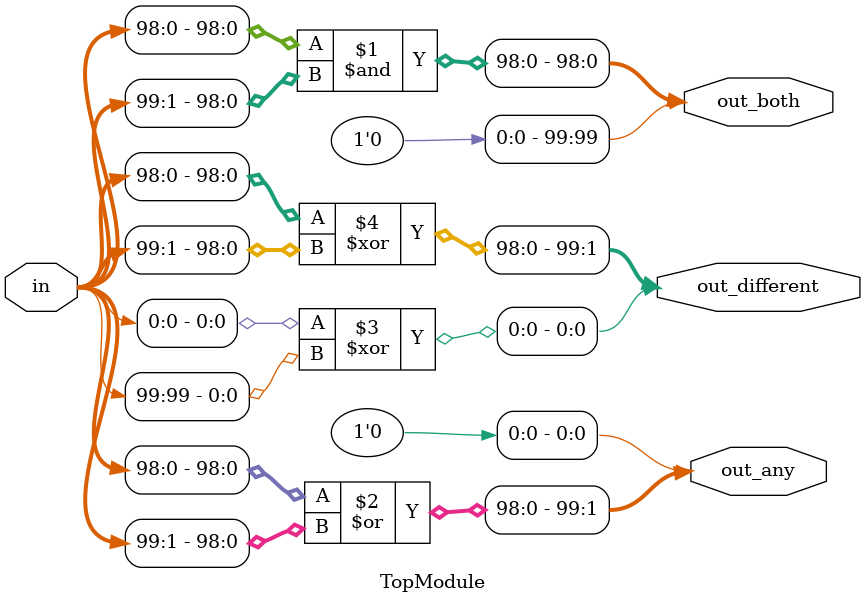
<source format=sv>
module TopModule (
    input logic [99:0] in,
    output logic [99:0] out_both,
    output logic [99:0] out_any,
    output logic [99:0] out_different
);

    assign out_both = {1'b0, in[98:0] & in[99:1]};
    assign out_any = {in[98:0] | in[99:1], 1'b0};
    assign out_different = {in[98:0] ^ in[99:1], in[0] ^ in[99]};

endmodule
</source>
